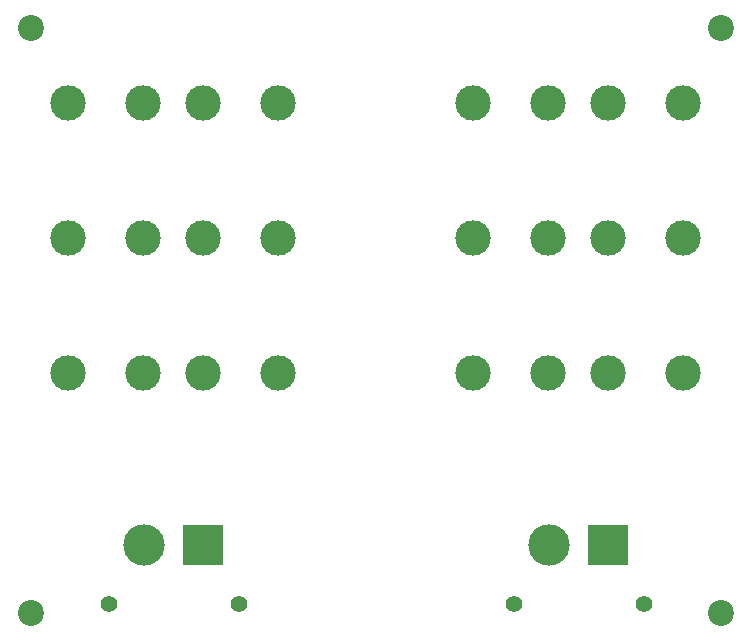
<source format=gbr>
%TF.GenerationSoftware,KiCad,Pcbnew,(5.1.9)-1*%
%TF.CreationDate,2021-11-05T14:11:20+00:00*%
%TF.ProjectId,Halogen discharger,48616c6f-6765-46e2-9064-697363686172,rev?*%
%TF.SameCoordinates,Original*%
%TF.FileFunction,Soldermask,Bot*%
%TF.FilePolarity,Negative*%
%FSLAX46Y46*%
G04 Gerber Fmt 4.6, Leading zero omitted, Abs format (unit mm)*
G04 Created by KiCad (PCBNEW (5.1.9)-1) date 2021-11-05 14:11:20*
%MOMM*%
%LPD*%
G01*
G04 APERTURE LIST*
%ADD10C,3.000000*%
%ADD11C,2.200000*%
%ADD12C,3.500000*%
%ADD13R,3.500000X3.500000*%
%ADD14C,1.400000*%
G04 APERTURE END LIST*
D10*
%TO.C,LA10*%
X142875000Y-110490000D03*
X149225000Y-110490000D03*
%TD*%
%TO.C,LA9*%
X131445000Y-110490000D03*
X137795000Y-110490000D03*
%TD*%
%TO.C,LA12*%
X177165000Y-110490000D03*
X183515000Y-110490000D03*
%TD*%
%TO.C,LA11*%
X165735000Y-110490000D03*
X172085000Y-110490000D03*
%TD*%
%TO.C,LA8*%
X177165000Y-121920000D03*
X183515000Y-121920000D03*
%TD*%
%TO.C,LA7*%
X165735000Y-121920000D03*
X172085000Y-121920000D03*
%TD*%
%TO.C,LA6*%
X142875000Y-121920000D03*
X149225000Y-121920000D03*
%TD*%
%TO.C,LA5*%
X131445000Y-121920000D03*
X137795000Y-121920000D03*
%TD*%
%TO.C,LA4*%
X177165000Y-133350000D03*
X183515000Y-133350000D03*
%TD*%
%TO.C,LA3*%
X165735000Y-133350000D03*
X172085000Y-133350000D03*
%TD*%
%TO.C,LA2*%
X142875000Y-133350000D03*
X149225000Y-133350000D03*
%TD*%
%TO.C,LA1*%
X131445000Y-133350000D03*
X137795000Y-133350000D03*
%TD*%
D11*
%TO.C,H4*%
X186690000Y-153670000D03*
%TD*%
%TO.C,H3*%
X128270000Y-153670000D03*
%TD*%
%TO.C,H2*%
X186690000Y-104140000D03*
%TD*%
%TO.C,H1*%
X128270000Y-104140000D03*
%TD*%
D12*
%TO.C,J2*%
X172165000Y-147955000D03*
D13*
X177165000Y-147955000D03*
D14*
X169165000Y-152955000D03*
X180165000Y-152955000D03*
%TD*%
D12*
%TO.C,J1*%
X137875000Y-147955000D03*
D13*
X142875000Y-147955000D03*
D14*
X134875000Y-152955000D03*
X145875000Y-152955000D03*
%TD*%
M02*

</source>
